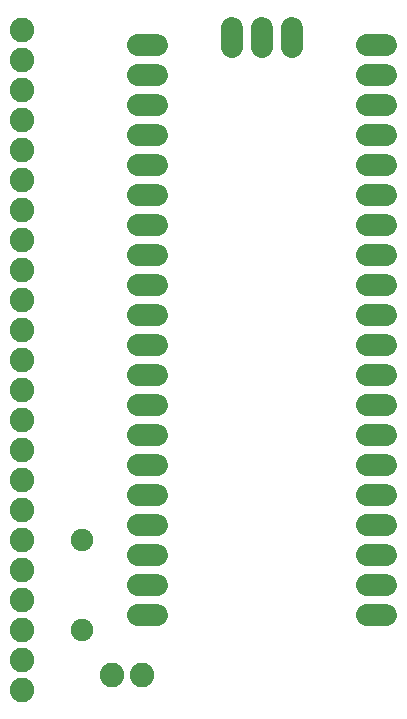
<source format=gbs>
G04 EAGLE Gerber RS-274X export*
G75*
%MOMM*%
%FSLAX34Y34*%
%LPD*%
%INSoldermask Bottom*%
%IPPOS*%
%AMOC8*
5,1,8,0,0,1.08239X$1,22.5*%
G01*
%ADD10C,1.903200*%
%ADD11C,2.082800*%
%ADD12C,1.853200*%


D10*
X76200Y152400D03*
X76200Y76200D03*
D11*
X101600Y38100D03*
X127000Y38100D03*
X25400Y584200D03*
X25400Y558800D03*
X25400Y533400D03*
X25400Y508000D03*
X25400Y482600D03*
X25400Y457200D03*
X25400Y431800D03*
X25400Y406400D03*
X25400Y381000D03*
X25400Y355600D03*
X25400Y330200D03*
X25400Y304800D03*
X25400Y279400D03*
X25400Y254000D03*
X25400Y228600D03*
X25400Y203200D03*
X25400Y177800D03*
X25400Y152400D03*
X25400Y127000D03*
X25400Y101600D03*
X25400Y76200D03*
X25400Y50800D03*
X25400Y25400D03*
D12*
X317500Y88900D02*
X334000Y88900D01*
X334000Y114300D02*
X317500Y114300D01*
X317500Y139700D02*
X334000Y139700D01*
X334000Y165100D02*
X317500Y165100D01*
X317500Y190500D02*
X334000Y190500D01*
X334000Y215900D02*
X317500Y215900D01*
X317500Y241300D02*
X334000Y241300D01*
X334000Y266700D02*
X317500Y266700D01*
X317500Y292100D02*
X334000Y292100D01*
X334000Y317500D02*
X317500Y317500D01*
X317500Y342900D02*
X334000Y342900D01*
X334000Y368300D02*
X317500Y368300D01*
X317500Y393700D02*
X334000Y393700D01*
X334000Y419100D02*
X317500Y419100D01*
X317500Y444500D02*
X334000Y444500D01*
X334000Y469900D02*
X317500Y469900D01*
X317500Y495300D02*
X334000Y495300D01*
X334000Y520700D02*
X317500Y520700D01*
X317500Y546100D02*
X334000Y546100D01*
X334000Y571500D02*
X317500Y571500D01*
X139700Y571500D02*
X123200Y571500D01*
X123200Y546100D02*
X139700Y546100D01*
X139700Y520700D02*
X123200Y520700D01*
X123200Y495300D02*
X139700Y495300D01*
X139700Y469900D02*
X123200Y469900D01*
X123200Y444500D02*
X139700Y444500D01*
X139700Y419100D02*
X123200Y419100D01*
X123200Y393700D02*
X139700Y393700D01*
X139700Y368300D02*
X123200Y368300D01*
X123200Y342900D02*
X139700Y342900D01*
X139700Y317500D02*
X123200Y317500D01*
X123200Y292100D02*
X139700Y292100D01*
X139700Y266700D02*
X123200Y266700D01*
X123200Y241300D02*
X139700Y241300D01*
X139700Y215900D02*
X123200Y215900D01*
X123200Y190500D02*
X139700Y190500D01*
X139700Y165100D02*
X123200Y165100D01*
X123200Y139700D02*
X139700Y139700D01*
X139700Y114300D02*
X123200Y114300D01*
X123200Y88900D02*
X139700Y88900D01*
X254000Y569200D02*
X254000Y585700D01*
X228600Y585700D02*
X228600Y569200D01*
X203200Y569200D02*
X203200Y585700D01*
M02*

</source>
